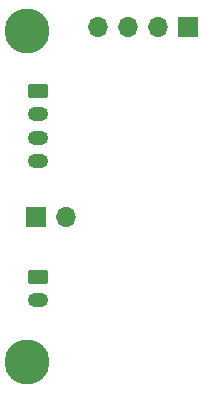
<source format=gbs>
%TF.GenerationSoftware,KiCad,Pcbnew,7.0.6*%
%TF.CreationDate,2024-09-25T21:47:57-07:00*%
%TF.ProjectId,magnetic-encoder,6d61676e-6574-4696-932d-656e636f6465,0.1*%
%TF.SameCoordinates,Original*%
%TF.FileFunction,Soldermask,Bot*%
%TF.FilePolarity,Negative*%
%FSLAX46Y46*%
G04 Gerber Fmt 4.6, Leading zero omitted, Abs format (unit mm)*
G04 Created by KiCad (PCBNEW 7.0.6) date 2024-09-25 21:47:57*
%MOMM*%
%LPD*%
G01*
G04 APERTURE LIST*
G04 Aperture macros list*
%AMRoundRect*
0 Rectangle with rounded corners*
0 $1 Rounding radius*
0 $2 $3 $4 $5 $6 $7 $8 $9 X,Y pos of 4 corners*
0 Add a 4 corners polygon primitive as box body*
4,1,4,$2,$3,$4,$5,$6,$7,$8,$9,$2,$3,0*
0 Add four circle primitives for the rounded corners*
1,1,$1+$1,$2,$3*
1,1,$1+$1,$4,$5*
1,1,$1+$1,$6,$7*
1,1,$1+$1,$8,$9*
0 Add four rect primitives between the rounded corners*
20,1,$1+$1,$2,$3,$4,$5,0*
20,1,$1+$1,$4,$5,$6,$7,0*
20,1,$1+$1,$6,$7,$8,$9,0*
20,1,$1+$1,$8,$9,$2,$3,0*%
G04 Aperture macros list end*
%ADD10R,1.700000X1.700000*%
%ADD11O,1.700000X1.700000*%
%ADD12C,3.800000*%
%ADD13RoundRect,0.250000X-0.625000X0.350000X-0.625000X-0.350000X0.625000X-0.350000X0.625000X0.350000X0*%
%ADD14O,1.750000X1.200000*%
G04 APERTURE END LIST*
D10*
%TO.C,J4*%
X62110000Y-97495000D03*
D11*
X64650000Y-97495000D03*
%TD*%
D12*
%TO.C,REF2*%
X61360000Y-109745000D03*
%TD*%
%TO.C,REF1*%
X61360000Y-81745000D03*
%TD*%
D13*
%TO.C,J2*%
X62230000Y-86745000D03*
D14*
X62230000Y-88745000D03*
X62230000Y-90745000D03*
X62230000Y-92745000D03*
%TD*%
D13*
%TO.C,J1*%
X62230000Y-102495000D03*
D14*
X62230000Y-104495000D03*
%TD*%
D11*
%TO.C,J3*%
X67310000Y-81407000D03*
X69850000Y-81407000D03*
X72390000Y-81407000D03*
D10*
X74930000Y-81407000D03*
%TD*%
M02*

</source>
